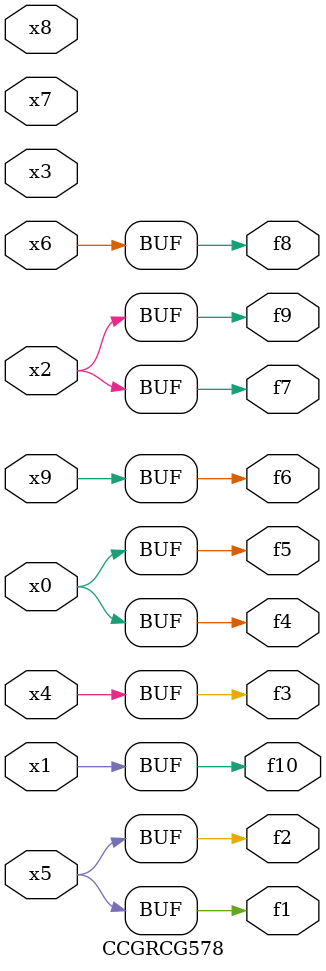
<source format=v>
module CCGRCG578(
	input x0, x1, x2, x3, x4, x5, x6, x7, x8, x9,
	output f1, f2, f3, f4, f5, f6, f7, f8, f9, f10
);
	assign f1 = x5;
	assign f2 = x5;
	assign f3 = x4;
	assign f4 = x0;
	assign f5 = x0;
	assign f6 = x9;
	assign f7 = x2;
	assign f8 = x6;
	assign f9 = x2;
	assign f10 = x1;
endmodule

</source>
